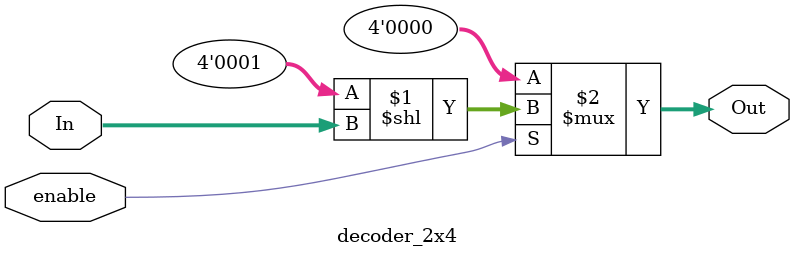
<source format=v>
`timescale 1ns / 1ps
module decoder_2x4(
output	[3:0]	Out,
input	[1:0]	In,
input		enable
);
	 assign Out = enable ? 4'b0001 << In : 4'b0000;
endmodule

</source>
